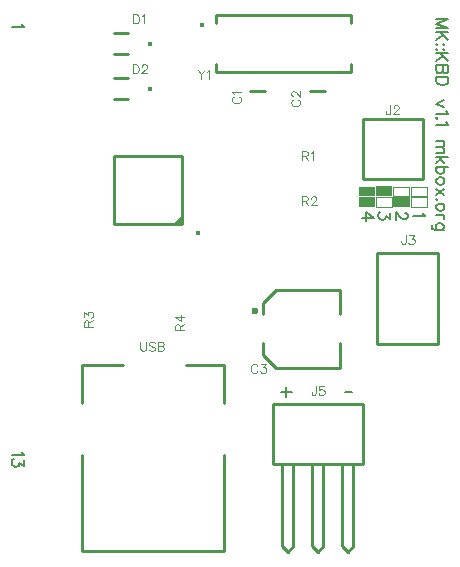
<source format=gbr>
G04 DipTrace 3.0.0.0*
G04 TopSilk.gbr*
%MOMM*%
G04 #@! TF.FileFunction,Legend,Top*
G04 #@! TF.Part,Single*
%ADD10C,0.25*%
%ADD14C,0.03333*%
%ADD15O,0.42016X0.41713*%
%ADD18O,0.5996X0.59994*%
%ADD21O,0.40037X0.39994*%
%ADD32O,0.3915X0.39347*%
%ADD73C,0.11765*%
%ADD74C,0.15686*%
%FSLAX35Y35*%
G04*
G71*
G90*
G75*
G01*
G04 TopSilk*
%LPD*%
X2647971Y3153978D2*
D10*
X2068029D1*
Y3734021D1*
X2647971D1*
Y3153978D1*
D15*
X2779170Y3074946D3*
G36*
X2647971Y3153978D2*
Y3233970D1*
X2567979Y3153978D1*
X2647971D1*
G37*
X3987955Y2600000D2*
D10*
X3988038Y2395004D1*
X3987955Y2600000D2*
X3438032D1*
X3328064Y2489978D2*
X3438032Y2600000D1*
X3328064Y2489978D2*
Y2395004D1*
X3988038Y2144996D2*
X3987955Y1940000D1*
X3438032D1*
X3328064Y2050022D2*
X3438032Y1940000D1*
X3328064Y2144996D2*
Y2050022D1*
D18*
X3267980Y2414969D3*
X3221050Y4280053D2*
D10*
X3350950D1*
X3729050D2*
X3858950D1*
X2189982Y4593008D2*
X2070011D1*
X2189982Y4772998D2*
X2070011D1*
D21*
X2374982Y4683003D3*
X2189982Y4212008D2*
D10*
X2070011D1*
X2189982Y4391998D2*
X2070011D1*
D21*
X2374982Y4302003D3*
X1799001Y1960000D2*
D10*
X2148961D1*
X1799001Y390000D2*
Y1195922D1*
Y1639936D2*
Y1960000D1*
X2998999D2*
Y1639936D1*
Y1195922D2*
Y390000D1*
X1799001D1*
X2998999Y1960000D2*
X2679031D1*
X4814000Y2909000D2*
X4298000D1*
Y2139000D1*
X4814000D1*
Y2909000D1*
X4175000Y3540000D2*
X4683000D1*
Y4048000D1*
X4175000D1*
Y3540000D1*
X3413005Y1635000D2*
X4174948D1*
Y1127006D1*
X3413005D1*
Y1635000D1*
X3492460Y1127006D2*
Y428561D1*
X3587591Y1127006D2*
Y428561D1*
X3492460D2*
X3540025Y377900D1*
X3587591Y428561D2*
X3540025Y377900D1*
X3746321Y1127006D2*
Y428561D1*
X3841632Y1127006D2*
Y428561D1*
X3746321D2*
X3794067Y377900D1*
X3841632Y428561D2*
X3794067Y377900D1*
X4000362Y1127006D2*
Y428561D1*
X4095673Y1127006D2*
Y428561D1*
X4000362D2*
X4047927Y377900D1*
X4095673Y428561D2*
X4047927Y377900D1*
D32*
X2812275Y4839237D3*
X2937000Y4853030D2*
D10*
Y4928000D1*
X4077000Y4438000D2*
Y4512970D1*
X2937000Y4438000D2*
X4077000D1*
X2937000D2*
Y4512970D1*
X4077000Y4853030D2*
Y4928000D1*
X2937000D2*
X4077000D1*
X4581963Y3471280D2*
D14*
X4717617D1*
Y3391483D1*
X4581963D1*
Y3471280D1*
X4582600Y3381330D2*
X4718253D1*
Y3301533D1*
X4582600D1*
Y3381330D1*
X4436197Y3471680D2*
X4571850D1*
Y3391883D1*
X4436197D1*
Y3471680D1*
X4290830Y3381593D2*
X4426483D1*
Y3301797D1*
X4290830D1*
Y3381593D1*
G36*
X4435440Y3383197D2*
X4573600D1*
Y3300837D1*
X4435440D1*
Y3383197D1*
G37*
G36*
X4289603Y3473350D2*
X4428027D1*
Y3391513D1*
X4289603D1*
Y3473350D1*
G37*
G36*
X4142860Y3381830D2*
X4282063D1*
Y3299657D1*
X4142860D1*
Y3381830D1*
G37*
G36*
X4142693Y3472483D2*
X4282063D1*
Y3390160D1*
X4142693D1*
Y3472483D1*
G37*
X3285310Y1951295D2*
D73*
X3281688Y1958539D1*
X3274360Y1965867D1*
X3267116Y1969489D1*
X3252544D1*
X3245216Y1965867D1*
X3237972Y1958539D1*
X3234266Y1951295D1*
X3230644Y1940345D1*
Y1922067D1*
X3234266Y1911201D1*
X3237972Y1903873D1*
X3245216Y1896629D1*
X3252544Y1892923D1*
X3267116D1*
X3274360Y1896629D1*
X3281688Y1903873D1*
X3285310Y1911201D1*
X3316167Y1969404D2*
X3356177D1*
X3334361Y1940261D1*
X3345311D1*
X3352555Y1936639D1*
X3356177Y1933017D1*
X3359883Y1922067D1*
Y1914823D1*
X3356177Y1903873D1*
X3348933Y1896545D1*
X3337983Y1892923D1*
X3327033D1*
X3316167Y1896545D1*
X3312545Y1900251D1*
X3308839Y1907495D1*
X3087842Y4234466D2*
X3080598Y4230844D1*
X3073270Y4223516D1*
X3069648Y4216272D1*
Y4201700D1*
X3073270Y4194372D1*
X3080598Y4187128D1*
X3087842Y4183422D1*
X3098792Y4179800D1*
X3117070D1*
X3127936Y4183422D1*
X3135264Y4187128D1*
X3142508Y4194372D1*
X3146214Y4201700D1*
Y4216272D1*
X3142508Y4223516D1*
X3135264Y4230844D1*
X3127936Y4234466D1*
X3084304Y4257995D2*
X3080598Y4265323D1*
X3069732Y4276273D1*
X3146214D1*
X3588775Y4209103D2*
X3581532Y4205481D1*
X3574203Y4198153D1*
X3570581Y4190909D1*
Y4176337D1*
X3574203Y4169009D1*
X3581531Y4161766D1*
X3588775Y4158059D1*
X3599725Y4154437D1*
X3618003D1*
X3628869Y4158059D1*
X3636197Y4161766D1*
X3643441Y4169009D1*
X3647147Y4176337D1*
Y4190909D1*
X3643441Y4198153D1*
X3636197Y4205481D1*
X3628869Y4209103D1*
X3588860Y4236339D2*
X3585238D1*
X3577910Y4239961D1*
X3574288Y4243583D1*
X3570666Y4250911D1*
Y4265482D1*
X3574288Y4272726D1*
X3577910Y4276348D1*
X3585238Y4280054D1*
X3592482D1*
X3599810Y4276348D1*
X3610675Y4269104D1*
X3647147Y4232632D1*
Y4283676D1*
X2233974Y4929970D2*
Y4853405D1*
X2259496D1*
X2270446Y4857111D1*
X2277774Y4864355D1*
X2281396Y4871683D1*
X2285018Y4882548D1*
Y4900826D1*
X2281396Y4911776D1*
X2277774Y4919020D1*
X2270446Y4926348D1*
X2259496Y4929970D1*
X2233974D1*
X2308548Y4915314D2*
X2315876Y4919020D1*
X2326826Y4929886D1*
Y4853405D1*
X2227275Y4506560D2*
Y4429995D1*
X2252797D1*
X2263747Y4433701D1*
X2271075Y4440945D1*
X2274697Y4448273D1*
X2278319Y4459138D1*
Y4477416D1*
X2274697Y4488366D1*
X2271075Y4495610D1*
X2263747Y4502938D1*
X2252797Y4506560D1*
X2227275D1*
X2305554Y4488282D2*
Y4491904D1*
X2309176Y4499232D1*
X2312798Y4502854D1*
X2320126Y4506476D1*
X2334698D1*
X2341942Y4502854D1*
X2345564Y4499232D1*
X2349270Y4491904D1*
Y4484660D1*
X2345564Y4477332D1*
X2338320Y4466466D1*
X2301848Y4429995D1*
X2352892D1*
X2291131Y2157565D2*
Y2102900D1*
X2294753Y2091950D1*
X2302081Y2084706D1*
X2313031Y2081000D1*
X2320275D1*
X2331225Y2084706D1*
X2338553Y2091950D1*
X2342175Y2102900D1*
Y2157565D1*
X2416749Y2146615D2*
X2409505Y2153943D1*
X2398555Y2157565D1*
X2383983D1*
X2373033Y2153943D1*
X2365705Y2146615D1*
Y2139371D1*
X2369411Y2132043D1*
X2373033Y2128421D1*
X2380277Y2124800D1*
X2402177Y2117471D1*
X2409505Y2113850D1*
X2413127Y2110143D1*
X2416749Y2102900D1*
Y2091950D1*
X2409505Y2084706D1*
X2398555Y2081000D1*
X2383983D1*
X2373033Y2084706D1*
X2365705Y2091950D1*
X2440278Y2157565D2*
Y2081000D1*
X2473128D1*
X2484078Y2084706D1*
X2487700Y2088328D1*
X2491322Y2095571D1*
Y2106521D1*
X2487700Y2113850D1*
X2484078Y2117471D1*
X2473128Y2121093D1*
X2484078Y2124800D1*
X2487700Y2128421D1*
X2491322Y2135665D1*
Y2142993D1*
X2487700Y2150237D1*
X2484078Y2153943D1*
X2473128Y2157565D1*
X2440278D1*
Y2121093D2*
X2473128D1*
X4540273Y3060385D2*
Y3002098D1*
X4536651Y2991148D1*
X4532945Y2987526D1*
X4525701Y2983820D1*
X4518373D1*
X4511129Y2987526D1*
X4507507Y2991148D1*
X4503801Y3002098D1*
Y3009341D1*
X4571130Y3060301D2*
X4611140D1*
X4589324Y3031157D1*
X4600274D1*
X4607518Y3027535D1*
X4611140Y3023913D1*
X4614846Y3012963D1*
Y3005720D1*
X4611140Y2994770D1*
X4603896Y2987441D1*
X4592946Y2983820D1*
X4581996D1*
X4571130Y2987441D1*
X4567508Y2991148D1*
X4563802Y2998391D1*
X4409949Y4159592D2*
Y4101304D1*
X4406327Y4090354D1*
X4402621Y4086732D1*
X4395377Y4083026D1*
X4388049D1*
X4380805Y4086732D1*
X4377184Y4090354D1*
X4373477Y4101304D1*
Y4108548D1*
X4437185Y4141314D2*
Y4144936D1*
X4440807Y4152264D1*
X4444429Y4155886D1*
X4451757Y4159508D1*
X4466329D1*
X4473573Y4155886D1*
X4477195Y4152264D1*
X4480901Y4144936D1*
Y4137692D1*
X4477195Y4130364D1*
X4469951Y4119498D1*
X4433479Y4083026D1*
X4484523D1*
X3779293Y1781935D2*
Y1723648D1*
X3775671Y1712698D1*
X3771965Y1709076D1*
X3764721Y1705370D1*
X3757393D1*
X3750149Y1709076D1*
X3746527Y1712698D1*
X3742821Y1723648D1*
Y1730891D1*
X3846538Y1781851D2*
X3810150D1*
X3806528Y1749085D1*
X3810150Y1752707D1*
X3821100Y1756413D1*
X3831966D1*
X3842916Y1752707D1*
X3850244Y1745463D1*
X3853866Y1734513D1*
Y1727270D1*
X3850244Y1716320D1*
X3842916Y1708991D1*
X3831966Y1705370D1*
X3821100D1*
X3810150Y1708991D1*
X3806528Y1712698D1*
X3802822Y1719941D1*
X3664914Y3734017D2*
X3697680D1*
X3708630Y3737723D1*
X3712336Y3741345D1*
X3715958Y3748589D1*
Y3755917D1*
X3712336Y3763161D1*
X3708630Y3766867D1*
X3697680Y3770489D1*
X3664914D1*
Y3693923D1*
X3690436Y3734017D2*
X3715958Y3693923D1*
X3739488Y3755832D2*
X3746816Y3759539D1*
X3757766Y3770404D1*
Y3693923D1*
X3661111Y3351883D2*
X3693877D1*
X3704827Y3355590D1*
X3708533Y3359211D1*
X3712155Y3366455D1*
Y3373783D1*
X3708533Y3381027D1*
X3704827Y3384733D1*
X3693877Y3388355D1*
X3661111D1*
Y3311790D1*
X3686633Y3351883D2*
X3712155Y3311790D1*
X3739391Y3370077D2*
Y3373699D1*
X3743013Y3381027D1*
X3746635Y3384649D1*
X3753963Y3388271D1*
X3768535D1*
X3775779Y3384649D1*
X3779400Y3381027D1*
X3783107Y3373699D1*
Y3366455D1*
X3779400Y3359127D1*
X3772157Y3348261D1*
X3735685Y3311790D1*
X3786729D1*
X2626703Y2254977D2*
Y2287743D1*
X2622997Y2298693D1*
X2619375Y2302399D1*
X2612132Y2306021D1*
X2604803D1*
X2597560Y2302399D1*
X2593853Y2298693D1*
X2590231Y2287743D1*
Y2254977D1*
X2666797D1*
X2626703Y2280499D2*
X2666797Y2306021D1*
Y2366022D2*
X2590316D1*
X2641275Y2329551D1*
Y2384216D1*
X1854027Y2287108D2*
Y2319874D1*
X1850321Y2330824D1*
X1846699Y2334530D1*
X1839455Y2338152D1*
X1832127D1*
X1824883Y2334530D1*
X1821177Y2330824D1*
X1817555Y2319874D1*
Y2287108D1*
X1894120D1*
X1854027Y2312630D2*
X1894121Y2338152D1*
X1817639Y2369010D2*
Y2409019D1*
X1846783Y2387203D1*
Y2398153D1*
X1850405Y2405397D1*
X1854027Y2409019D1*
X1864977Y2412725D1*
X1872221D1*
X1883171Y2409019D1*
X1890499Y2401775D1*
X1894121Y2390825D1*
Y2379875D1*
X1890499Y2369009D1*
X1886793Y2365388D1*
X1879549Y2361681D1*
X2778392Y4459989D2*
X2807536Y4423517D1*
Y4383423D1*
X2836680Y4459989D2*
X2807536Y4423517D1*
X2860210Y4445332D2*
X2867538Y4449039D1*
X2878488Y4459904D1*
Y4383423D1*
X4798915Y4812810D2*
D74*
X4901003D1*
X4798915Y4851668D1*
X4901003Y4890527D1*
X4798916D1*
X4901003Y4781437D2*
X4798915D1*
X4901003Y4713379D2*
X4832945Y4781437D1*
X4857315Y4757179D2*
X4798916Y4713379D1*
X4866974Y4677065D2*
X4862032Y4682006D1*
X4857203Y4677065D1*
X4862032Y4672236D1*
X4866974Y4677065D1*
X4808686D2*
X4803745Y4682006D1*
X4798916Y4677065D1*
X4803745Y4672236D1*
X4808686Y4677065D1*
X4866974Y4635921D2*
X4862032Y4640863D1*
X4857203Y4635921D1*
X4862032Y4631092D1*
X4866974Y4635921D1*
X4808686Y4635922D2*
X4803745Y4640863D1*
X4798916Y4635922D1*
X4803745Y4631092D1*
X4808686Y4635922D1*
X4901003Y4599720D2*
X4798916D1*
X4901003Y4531661D2*
X4832945Y4599720D1*
X4857315Y4575461D2*
X4798916Y4531661D1*
X4901003Y4500289D2*
X4798916D1*
Y4456489D1*
X4803857Y4441889D1*
X4808686Y4437059D1*
X4818345Y4432230D1*
X4832945D1*
X4842716Y4437059D1*
X4847545Y4441889D1*
X4852374Y4456489D1*
X4857316Y4441889D1*
X4862145Y4437059D1*
X4871803Y4432230D1*
X4881574D1*
X4891232Y4437059D1*
X4896174Y4441889D1*
X4901003Y4456489D1*
Y4500289D1*
X4852374D2*
Y4456489D1*
X4901003Y4400858D2*
X4798916D1*
Y4366828D1*
X4803857Y4352228D1*
X4813516Y4342458D1*
X4823286Y4337628D1*
X4837774Y4332799D1*
X4862145D1*
X4876745Y4337628D1*
X4886403Y4342458D1*
X4896174Y4352228D1*
X4901003Y4366828D1*
Y4400858D1*
X4866974Y4202670D2*
X4798916Y4173470D1*
X4866974Y4144382D1*
X4881462Y4113009D2*
X4886403Y4103239D1*
X4900891Y4088639D1*
X4798916D1*
X4808686Y4052437D2*
X4803745Y4057266D1*
X4798916Y4052437D1*
X4803745Y4047495D1*
X4808686Y4052437D1*
X4881462Y4016123D2*
X4886403Y4006352D1*
X4900891Y3991752D1*
X4798916D1*
X4866974Y3861622D2*
X4798916D1*
X4847545D2*
X4862145Y3847022D1*
X4866974Y3837251D1*
Y3822764D1*
X4862145Y3812993D1*
X4847545Y3808164D1*
X4798916D1*
X4847545D2*
X4862145Y3793564D1*
X4866974Y3783793D1*
Y3769305D1*
X4862145Y3759534D1*
X4847545Y3754593D1*
X4798916D1*
X4901003Y3723220D2*
X4798916D1*
X4866974Y3674591D2*
X4818345Y3723220D1*
X4837774Y3703791D2*
X4798916Y3669762D1*
X4901003Y3638389D2*
X4798916D1*
X4852374D2*
X4862145Y3628619D1*
X4866974Y3618960D1*
Y3604360D1*
X4862145Y3594702D1*
X4852374Y3584931D1*
X4837774Y3580102D1*
X4828116D1*
X4813516Y3584931D1*
X4803857Y3594702D1*
X4798916Y3604360D1*
Y3618960D1*
X4803857Y3628619D1*
X4813516Y3638389D1*
X4866974Y3524471D2*
X4862145Y3534129D1*
X4852374Y3543900D1*
X4837774Y3548729D1*
X4828116D1*
X4813516Y3543900D1*
X4803857Y3534129D1*
X4798916Y3524471D1*
Y3509871D1*
X4803857Y3500100D1*
X4813516Y3490441D1*
X4828116Y3485500D1*
X4837774D1*
X4852374Y3490441D1*
X4862145Y3500100D1*
X4866974Y3509871D1*
Y3524471D1*
Y3454127D2*
X4798916Y3400669D1*
X4866974D2*
X4798916Y3454127D1*
X4808686Y3364467D2*
X4803745Y3369296D1*
X4798916Y3364467D1*
X4803745Y3359526D1*
X4808686Y3364467D1*
X4866974Y3303895D2*
X4862145Y3313553D1*
X4852374Y3323324D1*
X4837774Y3328153D1*
X4828116D1*
X4813516Y3323324D1*
X4803857Y3313553D1*
X4798916Y3303895D1*
Y3289295D1*
X4803857Y3279524D1*
X4813516Y3269865D1*
X4828116Y3264924D1*
X4837774D1*
X4852374Y3269865D1*
X4862145Y3279524D1*
X4866974Y3289295D1*
Y3303895D1*
Y3233551D2*
X4798916D1*
X4837774D2*
X4852374Y3228610D1*
X4862145Y3218951D1*
X4866974Y3209180D1*
Y3194580D1*
X4862145Y3104920D2*
X4784316D1*
X4769828Y3109749D1*
X4764886Y3114579D1*
X4760057Y3124349D1*
Y3138949D1*
X4764886Y3148608D1*
X4847545Y3104920D2*
X4857203Y3114579D1*
X4862145Y3124349D1*
Y3138949D1*
X4857203Y3148608D1*
X4847545Y3158379D1*
X4832945Y3163208D1*
X4823174D1*
X4808686Y3158379D1*
X4798916Y3148608D1*
X4794086Y3138949D1*
Y3124349D1*
X4798916Y3114579D1*
X4808686Y3104920D1*
X4684135Y3248413D2*
X4689077Y3238642D1*
X4703564Y3224042D1*
X4601589Y3224043D1*
X4531939Y3251472D2*
X4536768D1*
X4546539Y3246642D1*
X4551368Y3241813D1*
X4556198Y3232042D1*
Y3212613D1*
X4551368Y3202955D1*
X4546539Y3198126D1*
X4536768Y3193184D1*
X4527110D1*
X4517339Y3198126D1*
X4502851Y3207784D1*
X4454222Y3256413D1*
Y3188355D1*
X4408524Y3249716D2*
Y3196370D1*
X4369666Y3225457D1*
Y3210857D1*
X4364836Y3201199D1*
X4360007Y3196370D1*
X4345407Y3191428D1*
X4335749D1*
X4321149Y3196370D1*
X4311378Y3206028D1*
X4306549Y3220628D1*
Y3235228D1*
X4311378Y3249716D1*
X4316320Y3254545D1*
X4325978Y3259487D1*
X4167439Y3205581D2*
X4269414D1*
X4201468Y3254210D1*
Y3181322D1*
X1288578Y4851167D2*
X1293520Y4841396D1*
X1308008Y4826796D1*
X1206032D1*
X1288398Y1222793D2*
X1293340Y1213022D1*
X1307828Y1198422D1*
X1205852Y1198423D1*
X1307828Y1157279D2*
X1307827Y1103933D1*
X1268969Y1133021D1*
Y1118421D1*
X1264140Y1108762D1*
X1259311Y1103933D1*
X1244711Y1098992D1*
X1235052D1*
X1220452Y1103933D1*
X1210681Y1113592D1*
X1205852Y1128192D1*
Y1142792D1*
X1210681Y1157279D1*
X1215623Y1162109D1*
X1225281Y1167050D1*
X3529594Y1778437D2*
Y1690949D1*
X3485906Y1734637D2*
X3573394D1*
X4029173Y1728853D2*
X4085327D1*
M02*

</source>
